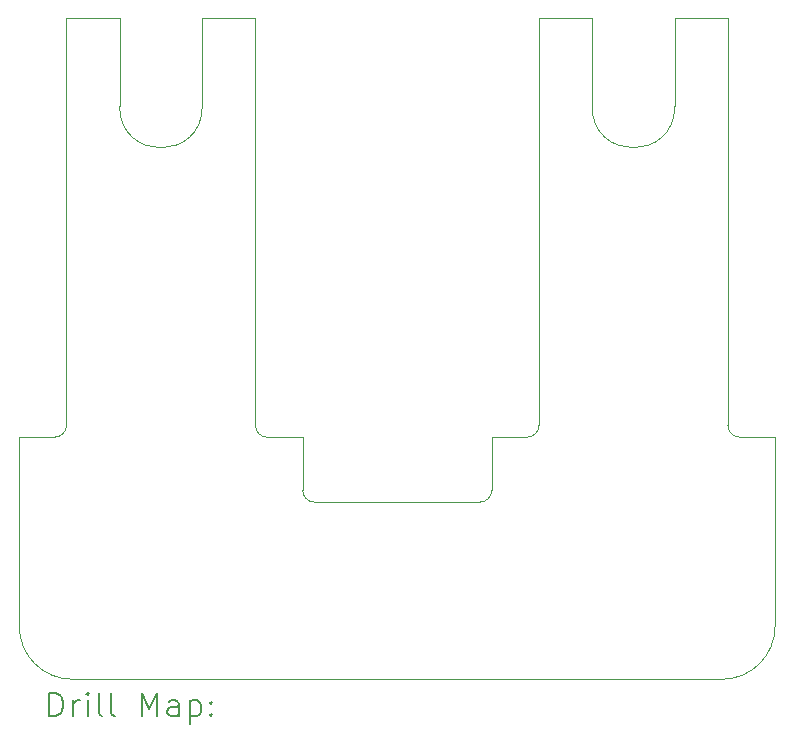
<source format=gbr>
%FSLAX45Y45*%
G04 Gerber Fmt 4.5, Leading zero omitted, Abs format (unit mm)*
G04 Created by KiCad (PCBNEW (6.0.1)) date 2022-05-27 18:48:14*
%MOMM*%
%LPD*%
G01*
G04 APERTURE LIST*
%TA.AperFunction,Profile*%
%ADD10C,0.050000*%
%TD*%
%ADD11C,0.200000*%
G04 APERTURE END LIST*
D10*
X5550000Y5600000D02*
X6000000Y5600000D01*
X850000Y5600000D02*
X850000Y4850000D01*
X850000Y4850000D02*
G75*
G03*
X1550000Y4850000I350000J0D01*
G01*
X400000Y5600000D02*
X850000Y5600000D01*
X300000Y2050000D02*
G75*
G03*
X400000Y2150000I0J100000D01*
G01*
X6000000Y5600000D02*
X6000000Y2150000D01*
X6400000Y2050000D02*
X6100000Y2050000D01*
X6400000Y2050000D02*
X6400000Y450000D01*
X2500000Y1500000D02*
X3900000Y1500000D01*
X5550000Y4850000D02*
X5550000Y5600000D01*
X4300000Y2050000D02*
G75*
G03*
X4400000Y2150000I0J100000D01*
G01*
X4400000Y5600000D02*
X4850000Y5600000D01*
X2000000Y2150000D02*
G75*
G03*
X2100000Y2050000I100000J0D01*
G01*
X3900000Y1500000D02*
G75*
G03*
X4000000Y1600000I0J100000D01*
G01*
X2400000Y2050000D02*
X2400000Y1600000D01*
X4000000Y1600000D02*
X4000000Y2050000D01*
X0Y2050000D02*
X0Y450000D01*
X4400000Y2150000D02*
X4400000Y5600000D01*
X1550000Y5600000D02*
X2000000Y5600000D01*
X400000Y5600000D02*
X400000Y2150000D01*
X1550000Y4850000D02*
X1550000Y5600000D01*
X2000000Y5600000D02*
X2000000Y2150000D01*
X6000000Y2150000D02*
G75*
G03*
X6100000Y2050000I100000J0D01*
G01*
X300000Y2050000D02*
X0Y2050000D01*
X2400000Y1600000D02*
G75*
G03*
X2500000Y1500000I100000J0D01*
G01*
X5950000Y0D02*
X450000Y0D01*
X5950000Y0D02*
G75*
G03*
X6400000Y450000I0J450000D01*
G01*
X4850000Y5600000D02*
X4850000Y4850000D01*
X0Y450000D02*
G75*
G03*
X450000Y0I450000J0D01*
G01*
X2400000Y2050000D02*
X2100000Y2050000D01*
X4850000Y4850000D02*
G75*
G03*
X5550000Y4850000I350000J0D01*
G01*
X4300000Y2050000D02*
X4000000Y2050000D01*
D11*
X255119Y-312976D02*
X255119Y-112976D01*
X302738Y-112976D01*
X331310Y-122500D01*
X350357Y-141548D01*
X359881Y-160595D01*
X369405Y-198690D01*
X369405Y-227262D01*
X359881Y-265357D01*
X350357Y-284405D01*
X331310Y-303452D01*
X302738Y-312976D01*
X255119Y-312976D01*
X455119Y-312976D02*
X455119Y-179643D01*
X455119Y-217738D02*
X464643Y-198690D01*
X474167Y-189167D01*
X493214Y-179643D01*
X512262Y-179643D01*
X578929Y-312976D02*
X578929Y-179643D01*
X578929Y-112976D02*
X569405Y-122500D01*
X578929Y-132024D01*
X588452Y-122500D01*
X578929Y-112976D01*
X578929Y-132024D01*
X702738Y-312976D02*
X683690Y-303452D01*
X674167Y-284405D01*
X674167Y-112976D01*
X807500Y-312976D02*
X788452Y-303452D01*
X778928Y-284405D01*
X778928Y-112976D01*
X1036071Y-312976D02*
X1036071Y-112976D01*
X1102738Y-255833D01*
X1169405Y-112976D01*
X1169405Y-312976D01*
X1350357Y-312976D02*
X1350357Y-208214D01*
X1340833Y-189167D01*
X1321786Y-179643D01*
X1283690Y-179643D01*
X1264643Y-189167D01*
X1350357Y-303452D02*
X1331310Y-312976D01*
X1283690Y-312976D01*
X1264643Y-303452D01*
X1255119Y-284405D01*
X1255119Y-265357D01*
X1264643Y-246309D01*
X1283690Y-236786D01*
X1331310Y-236786D01*
X1350357Y-227262D01*
X1445595Y-179643D02*
X1445595Y-379643D01*
X1445595Y-189167D02*
X1464643Y-179643D01*
X1502738Y-179643D01*
X1521786Y-189167D01*
X1531309Y-198690D01*
X1540833Y-217738D01*
X1540833Y-274881D01*
X1531309Y-293929D01*
X1521786Y-303452D01*
X1502738Y-312976D01*
X1464643Y-312976D01*
X1445595Y-303452D01*
X1626548Y-293929D02*
X1636071Y-303452D01*
X1626548Y-312976D01*
X1617024Y-303452D01*
X1626548Y-293929D01*
X1626548Y-312976D01*
X1626548Y-189167D02*
X1636071Y-198690D01*
X1626548Y-208214D01*
X1617024Y-198690D01*
X1626548Y-189167D01*
X1626548Y-208214D01*
M02*

</source>
